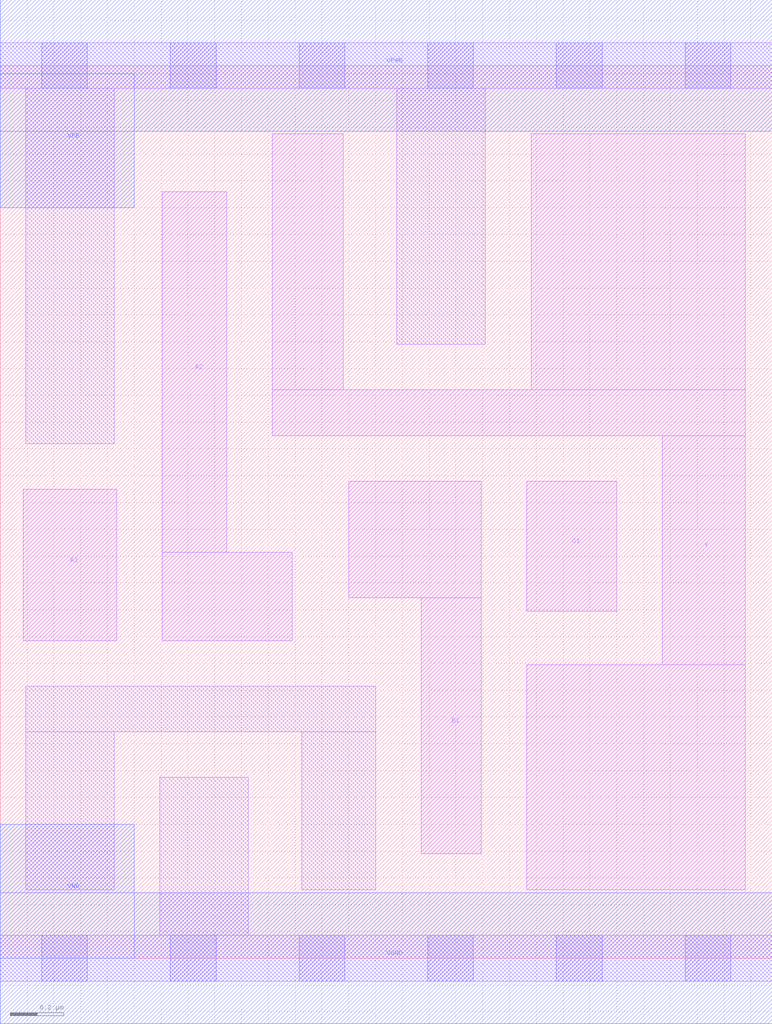
<source format=lef>
# Copyright 2020 The SkyWater PDK Authors
#
# Licensed under the Apache License, Version 2.0 (the "License");
# you may not use this file except in compliance with the License.
# You may obtain a copy of the License at
#
#     https://www.apache.org/licenses/LICENSE-2.0
#
# Unless required by applicable law or agreed to in writing, software
# distributed under the License is distributed on an "AS IS" BASIS,
# WITHOUT WARRANTIES OR CONDITIONS OF ANY KIND, either express or implied.
# See the License for the specific language governing permissions and
# limitations under the License.
#
# SPDX-License-Identifier: Apache-2.0

VERSION 5.5 ;
NAMESCASESENSITIVE ON ;
BUSBITCHARS "[]" ;
DIVIDERCHAR "/" ;
MACRO sky130_fd_sc_lp__o211ai_1
  CLASS CORE ;
  SOURCE USER ;
  ORIGIN  0.000000  0.000000 ;
  SIZE  2.880000 BY  3.330000 ;
  SYMMETRY X Y R90 ;
  SITE unit ;
  PIN A1
    ANTENNAGATEAREA  0.315000 ;
    DIRECTION INPUT ;
    USE SIGNAL ;
    PORT
      LAYER li1 ;
        RECT 0.085000 1.185000 0.435000 1.750000 ;
    END
  END A1
  PIN A2
    ANTENNAGATEAREA  0.315000 ;
    DIRECTION INPUT ;
    USE SIGNAL ;
    PORT
      LAYER li1 ;
        RECT 0.605000 1.185000 1.090000 1.515000 ;
        RECT 0.605000 1.515000 0.845000 2.860000 ;
    END
  END A2
  PIN B1
    ANTENNAGATEAREA  0.315000 ;
    DIRECTION INPUT ;
    USE SIGNAL ;
    PORT
      LAYER li1 ;
        RECT 1.300000 1.345000 1.795000 1.780000 ;
        RECT 1.570000 0.390000 1.795000 1.345000 ;
    END
  END B1
  PIN C1
    ANTENNAGATEAREA  0.315000 ;
    DIRECTION INPUT ;
    USE SIGNAL ;
    PORT
      LAYER li1 ;
        RECT 1.965000 1.295000 2.300000 1.780000 ;
    END
  END C1
  PIN Y
    ANTENNADIFFAREA  1.761900 ;
    DIRECTION OUTPUT ;
    USE SIGNAL ;
    PORT
      LAYER li1 ;
        RECT 1.015000 1.950000 2.780000 2.120000 ;
        RECT 1.015000 2.120000 1.280000 3.075000 ;
        RECT 1.965000 0.255000 2.780000 1.095000 ;
        RECT 1.980000 2.120000 2.780000 3.075000 ;
        RECT 2.470000 1.095000 2.780000 1.950000 ;
    END
  END Y
  PIN VGND
    DIRECTION INOUT ;
    USE GROUND ;
    PORT
      LAYER met1 ;
        RECT 0.000000 -0.245000 2.880000 0.245000 ;
    END
  END VGND
  PIN VNB
    DIRECTION INOUT ;
    USE GROUND ;
    PORT
      LAYER met1 ;
        RECT 0.000000 0.000000 0.500000 0.500000 ;
    END
  END VNB
  PIN VPB
    DIRECTION INOUT ;
    USE POWER ;
    PORT
      LAYER met1 ;
        RECT 0.000000 2.800000 0.500000 3.300000 ;
    END
  END VPB
  PIN VPWR
    DIRECTION INOUT ;
    USE POWER ;
    PORT
      LAYER met1 ;
        RECT 0.000000 3.085000 2.880000 3.575000 ;
    END
  END VPWR
  OBS
    LAYER li1 ;
      RECT 0.000000 -0.085000 2.880000 0.085000 ;
      RECT 0.000000  3.245000 2.880000 3.415000 ;
      RECT 0.095000  0.255000 0.425000 0.845000 ;
      RECT 0.095000  0.845000 1.400000 1.015000 ;
      RECT 0.095000  1.920000 0.425000 3.245000 ;
      RECT 0.595000  0.085000 0.925000 0.675000 ;
      RECT 1.125000  0.255000 1.400000 0.845000 ;
      RECT 1.480000  2.290000 1.810000 3.245000 ;
    LAYER mcon ;
      RECT 0.155000 -0.085000 0.325000 0.085000 ;
      RECT 0.155000  3.245000 0.325000 3.415000 ;
      RECT 0.635000 -0.085000 0.805000 0.085000 ;
      RECT 0.635000  3.245000 0.805000 3.415000 ;
      RECT 1.115000 -0.085000 1.285000 0.085000 ;
      RECT 1.115000  3.245000 1.285000 3.415000 ;
      RECT 1.595000 -0.085000 1.765000 0.085000 ;
      RECT 1.595000  3.245000 1.765000 3.415000 ;
      RECT 2.075000 -0.085000 2.245000 0.085000 ;
      RECT 2.075000  3.245000 2.245000 3.415000 ;
      RECT 2.555000 -0.085000 2.725000 0.085000 ;
      RECT 2.555000  3.245000 2.725000 3.415000 ;
  END
END sky130_fd_sc_lp__o211ai_1
END LIBRARY

</source>
